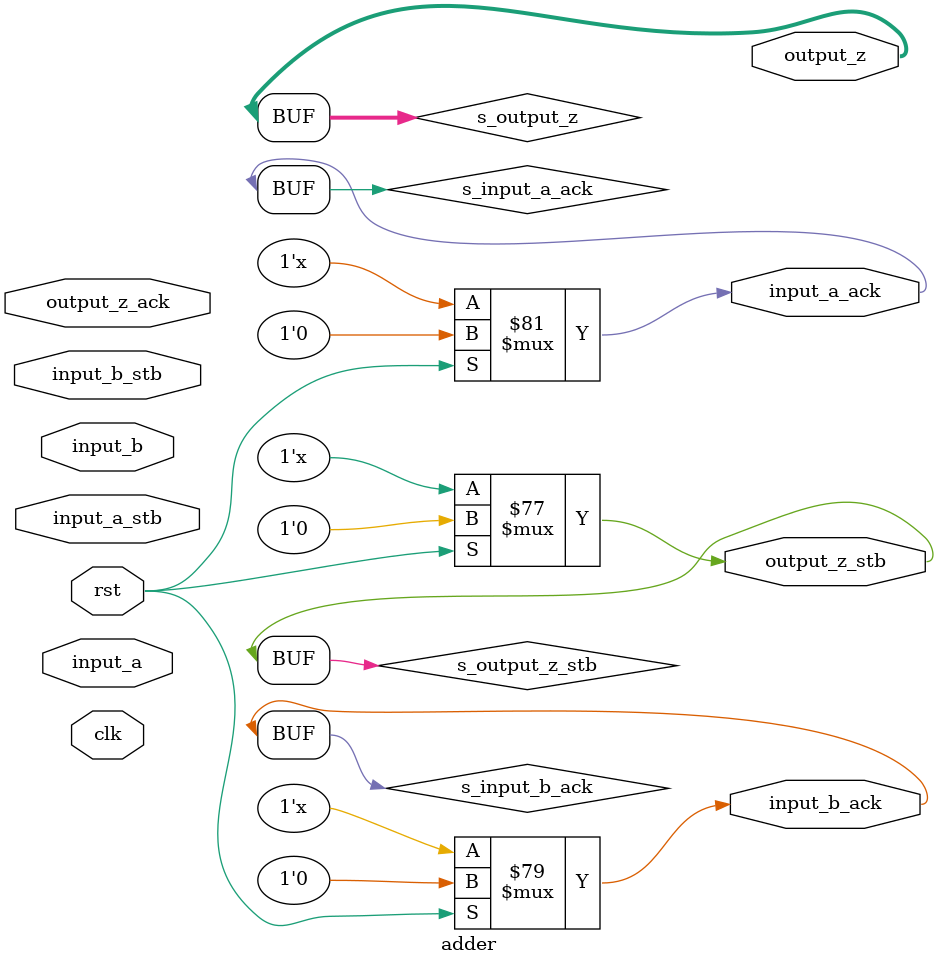
<source format=v>

module adder(
        input_a,
        input_b,
        input_a_stb,
        input_b_stb,
        output_z_ack,
        clk,
        rst,
        output_z,
        output_z_stb,
        input_a_ack,
        input_b_ack);

  input     clk;
  input     rst;

  input     [31:0] input_a;
  input     input_a_stb;
  output    input_a_ack;

  input     [31:0] input_b;
  input     input_b_stb;
  output    input_b_ack;

  output    [31:0] output_z;
  output    output_z_stb;
  input     output_z_ack;

  reg       s_output_z_stb;
  reg       [31:0] s_output_z;
  reg       s_input_a_ack;
  reg       s_input_b_ack;

  reg       [3:0] state;
  parameter get_a         = 4'd0,
            get_b         = 4'd1,
            unpack        = 4'd2,
            special_cases = 4'd3,
            align         = 4'd4,
            add_0         = 4'd5,
            add_1         = 4'd6,
            normalise_1   = 4'd7,
            normalise_2   = 4'd8,
            round         = 4'd9,
            pack          = 4'd10,
            put_z         = 4'd11;

  reg       [31:0] a, b, z;
  reg       [26:0] a_m, b_m;
  reg       [23:0] z_m;
  reg       [9:0] a_e, b_e, z_e;
  reg       a_s, b_s, z_s;
  reg       guard, round_bit, sticky;
  reg       [27:0] sum;

  always @(*)
  begin

    case(state)

      get_a:
      begin
        s_input_a_ack <= 1;
        if (s_input_a_ack && input_a_stb) begin
          a <= input_a;
          s_input_a_ack <= 0;
          state <= get_b;
        end
      end

      get_b:
      begin
        s_input_b_ack <= 1;
        if (s_input_b_ack && input_b_stb) begin
          b <= input_b;
          s_input_b_ack <= 0;
          state <= unpack;
        end
      end

      unpack:
      begin
        a_m <= {a[22 : 0], 3'd0};
        b_m <= {b[22 : 0], 3'd0};
        a_e <= a[30 : 23] - 127;
        b_e <= b[30 : 23] - 127;
        a_s <= a[31];
        b_s <= b[31];
        state <= special_cases;
      end

      special_cases:
      begin
        //if a is NaN or b is NaN return NaN 
        if ((a_e == 128 && a_m != 0) || (b_e == 128 && b_m != 0)) begin
          z[31] <= 1;
          z[30:23] <= 255;
          z[22] <= 1;
          z[21:0] <= 0;
          state <= put_z;
        //if a is inf return inf
        end else if (a_e == 128) begin
          z[31] <= a_s;
          z[30:23] <= 255;
          z[22:0] <= 0;
          //if a is inf and signs don't match return nan
          if ((b_e == 128) && (a_s != b_s)) begin
              z[31] <= b_s;
              z[30:23] <= 255;
              z[22] <= 1;
              z[21:0] <= 0;
          end
          state <= put_z;
        //if b is inf return inf
        end else if (b_e == 128) begin
          z[31] <= b_s;
          z[30:23] <= 255;
          z[22:0] <= 0;
          state <= put_z;
        //if a is zero return b
        end else if ((($signed(a_e) == -127) && (a_m == 0)) && (($signed(b_e) == -127) && (b_m == 0))) begin
          z[31] <= a_s & b_s;
          z[30:23] <= b_e[7:0] + 127;
          z[22:0] <= b_m[26:3];
          state <= put_z;
        //if a is zero return b
        end else if (($signed(a_e) == -127) && (a_m == 0)) begin
          z[31] <= b_s;
          z[30:23] <= b_e[7:0] + 127;
          z[22:0] <= b_m[26:3];
          state <= put_z;
        //if b is zero return a
        end else if (($signed(b_e) == -127) && (b_m == 0)) begin
          z[31] <= a_s;
          z[30:23] <= a_e[7:0] + 127;
          z[22:0] <= a_m[26:3];
          state <= put_z;
        end else begin
          //Denormalised Number
          if ($signed(a_e) == -127) begin
            a_e <= -126;
          end else begin
            a_m[26] <= 1;
          end
          //Denormalised Number
          if ($signed(b_e) == -127) begin
            b_e <= -126;
          end else begin
            b_m[26] <= 1;
          end
          state <= align;
        end
      end

      align:
      begin
        if ($signed(a_e) > $signed(b_e)) begin
          b_e <= b_e + 1;
          b_m <= b_m >> 1;
          b_m[0] <= b_m[0] | b_m[1];
        end else if ($signed(a_e) < $signed(b_e)) begin
          a_e <= a_e + 1;
          a_m <= a_m >> 1;
          a_m[0] <= a_m[0] | a_m[1];
        end else begin
          state <= add_0;
        end
      end

      add_0:
      begin
        z_e <= a_e;
        if (a_s == b_s) begin
          sum <= a_m + b_m;
          z_s <= a_s;
        end else begin
          if (a_m >= b_m) begin
            sum <= a_m - b_m;
            z_s <= a_s;
          end else begin
            sum <= b_m - a_m;
            z_s <= b_s;
          end
        end
        state <= add_1;
      end

      add_1:
      begin
        if (sum[27]) begin
          z_m <= sum[27:4];
          guard <= sum[3];
          round_bit <= sum[2];
          sticky <= sum[1] | sum[0];
          z_e <= z_e + 1;
        end else begin
          z_m <= sum[26:3];
          guard <= sum[2];
          round_bit <= sum[1];
          sticky <= sum[0];
        end
        state <= normalise_1;
      end

      normalise_1:
      begin
        if (z_m[23] == 0 && $signed(z_e) > -126) begin
          z_e <= z_e - 1;
          z_m <= z_m << 1;
          z_m[0] <= guard;
          guard <= round_bit;
          round_bit <= 0;
        end else begin
          state <= normalise_2;
        end
      end

      normalise_2:
      begin
        if ($signed(z_e) < -126) begin
          z_e <= z_e + 1;
          z_m <= z_m >> 1;
          guard <= z_m[0];
          round_bit <= guard;
          sticky <= sticky | round_bit;
        end else begin
          state <= round;
        end
      end

      round:
      begin
        if (guard && (round_bit | sticky | z_m[0])) begin
          z_m <= z_m + 1;
          if (z_m == 24'hffffff) begin
            z_e <=z_e + 1;
          end
        end
        state <= pack;
      end

      pack:
      begin
        z[22 : 0] <= z_m[22:0];
        z[30 : 23] <= z_e[7:0] + 127;
        z[31] <= z_s;
        if ($signed(z_e) == -126 && z_m[23] == 0) begin
          z[30 : 23] <= 0;
        end
        if ($signed(z_e) == -126 && z_m[23:0] == 24'h0) begin
          z[31] <= 1'b0; // FIX SIGN BUG: -a + a = +0.
        end
        //if overflow occurs, return inf
        if ($signed(z_e) > 127) begin
          z[22 : 0] <= 0;
          z[30 : 23] <= 255;
          z[31] <= z_s;
        end
        state <= put_z;
      end

      put_z:
      begin
        s_output_z_stb <= 1;
        s_output_z <= z;
        if (s_output_z_stb && output_z_ack) begin
          s_output_z_stb <= 0;
          state <= get_a;
        end
      end

    endcase

    if (rst == 1) begin
      state <= get_a;
      s_input_a_ack <= 0;
      s_input_b_ack <= 0;
      s_output_z_stb <= 0;
    end

  end
  assign input_a_ack = s_input_a_ack;
  assign input_b_ack = s_input_b_ack;
  assign output_z_stb = s_output_z_stb;
  assign output_z = s_output_z;

endmodule


</source>
